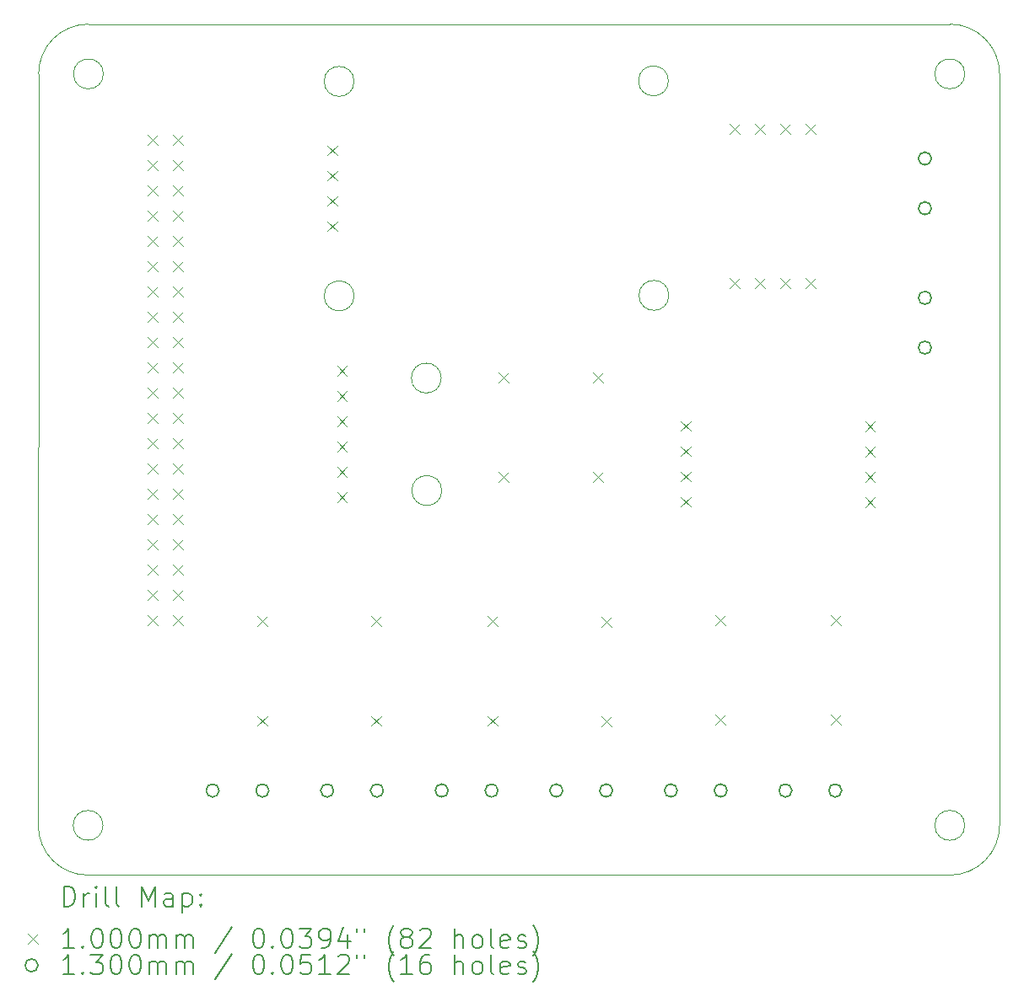
<source format=gbr>
%TF.GenerationSoftware,KiCad,Pcbnew,8.0.6*%
%TF.CreationDate,2025-01-28T17:51:26-05:00*%
%TF.ProjectId,SAS-PCB,5341532d-5043-4422-9e6b-696361645f70,rev?*%
%TF.SameCoordinates,Original*%
%TF.FileFunction,Drillmap*%
%TF.FilePolarity,Positive*%
%FSLAX45Y45*%
G04 Gerber Fmt 4.5, Leading zero omitted, Abs format (unit mm)*
G04 Created by KiCad (PCBNEW 8.0.6) date 2025-01-28 17:51:26*
%MOMM*%
%LPD*%
G01*
G04 APERTURE LIST*
%ADD10C,0.050000*%
%ADD11C,0.100000*%
%ADD12C,0.200000*%
%ADD13C,0.130000*%
G04 APERTURE END LIST*
D10*
X11900000Y-11800000D02*
G75*
G02*
X11400000Y-11300000I0J500000D01*
G01*
X12050000Y-11300000D02*
G75*
G02*
X11750000Y-11300000I-150000J0D01*
G01*
X11750000Y-11300000D02*
G75*
G02*
X12050000Y-11300000I150000J0D01*
G01*
X20700000Y-11300000D02*
G75*
G02*
X20400000Y-11300000I-150000J0D01*
G01*
X20400000Y-11300000D02*
G75*
G02*
X20700000Y-11300000I150000J0D01*
G01*
X21050000Y-11300000D02*
G75*
G02*
X20550000Y-11800000I-500000J0D01*
G01*
X20550000Y-11800000D02*
X11900000Y-11800000D01*
X12053553Y-3750000D02*
G75*
G02*
X11753553Y-3750000I-150000J0D01*
G01*
X11753553Y-3750000D02*
G75*
G02*
X12053553Y-3750000I150000J0D01*
G01*
X11400000Y-11300000D02*
X11403553Y-3750000D01*
X11403553Y-3750000D02*
G75*
G02*
X11903553Y-3250003I499997J0D01*
G01*
X11903553Y-3250000D02*
X20550000Y-3250000D01*
X21050000Y-3750000D02*
X21050000Y-11300000D01*
X20700000Y-3750000D02*
G75*
G02*
X20400000Y-3750000I-150000J0D01*
G01*
X20400000Y-3750000D02*
G75*
G02*
X20700000Y-3750000I150000J0D01*
G01*
X20550000Y-3250000D02*
G75*
G02*
X21050000Y-3750000I0J-500000D01*
G01*
X14570000Y-3825000D02*
G75*
G02*
X14270000Y-3825000I-150000J0D01*
G01*
X14270000Y-3825000D02*
G75*
G02*
X14570000Y-3825000I150000J0D01*
G01*
X14570000Y-5980000D02*
G75*
G02*
X14270000Y-5980000I-150000J0D01*
G01*
X14270000Y-5980000D02*
G75*
G02*
X14570000Y-5980000I150000J0D01*
G01*
X17725000Y-3820000D02*
G75*
G02*
X17425000Y-3820000I-150000J0D01*
G01*
X17425000Y-3820000D02*
G75*
G02*
X17725000Y-3820000I150000J0D01*
G01*
X17730000Y-5975000D02*
G75*
G02*
X17430000Y-5975000I-150000J0D01*
G01*
X17430000Y-5975000D02*
G75*
G02*
X17730000Y-5975000I150000J0D01*
G01*
D11*
X15445000Y-6806000D02*
G75*
G02*
X15145000Y-6806000I-150000J0D01*
G01*
X15145000Y-6806000D02*
G75*
G02*
X15445000Y-6806000I150000J0D01*
G01*
X15450000Y-7936000D02*
G75*
G02*
X15150000Y-7936000I-150000J0D01*
G01*
X15150000Y-7936000D02*
G75*
G02*
X15450000Y-7936000I150000J0D01*
G01*
D12*
D11*
X12496000Y-4364000D02*
X12596000Y-4464000D01*
X12596000Y-4364000D02*
X12496000Y-4464000D01*
X12496000Y-4618000D02*
X12596000Y-4718000D01*
X12596000Y-4618000D02*
X12496000Y-4718000D01*
X12496000Y-4872000D02*
X12596000Y-4972000D01*
X12596000Y-4872000D02*
X12496000Y-4972000D01*
X12496000Y-5126000D02*
X12596000Y-5226000D01*
X12596000Y-5126000D02*
X12496000Y-5226000D01*
X12496000Y-5380000D02*
X12596000Y-5480000D01*
X12596000Y-5380000D02*
X12496000Y-5480000D01*
X12496000Y-5634000D02*
X12596000Y-5734000D01*
X12596000Y-5634000D02*
X12496000Y-5734000D01*
X12496000Y-5888000D02*
X12596000Y-5988000D01*
X12596000Y-5888000D02*
X12496000Y-5988000D01*
X12496000Y-6142000D02*
X12596000Y-6242000D01*
X12596000Y-6142000D02*
X12496000Y-6242000D01*
X12496000Y-6396000D02*
X12596000Y-6496000D01*
X12596000Y-6396000D02*
X12496000Y-6496000D01*
X12496000Y-6650000D02*
X12596000Y-6750000D01*
X12596000Y-6650000D02*
X12496000Y-6750000D01*
X12496000Y-6904000D02*
X12596000Y-7004000D01*
X12596000Y-6904000D02*
X12496000Y-7004000D01*
X12496000Y-7158000D02*
X12596000Y-7258000D01*
X12596000Y-7158000D02*
X12496000Y-7258000D01*
X12496000Y-7412000D02*
X12596000Y-7512000D01*
X12596000Y-7412000D02*
X12496000Y-7512000D01*
X12496000Y-7666000D02*
X12596000Y-7766000D01*
X12596000Y-7666000D02*
X12496000Y-7766000D01*
X12496000Y-7920000D02*
X12596000Y-8020000D01*
X12596000Y-7920000D02*
X12496000Y-8020000D01*
X12496000Y-8174000D02*
X12596000Y-8274000D01*
X12596000Y-8174000D02*
X12496000Y-8274000D01*
X12496000Y-8428000D02*
X12596000Y-8528000D01*
X12596000Y-8428000D02*
X12496000Y-8528000D01*
X12496000Y-8682000D02*
X12596000Y-8782000D01*
X12596000Y-8682000D02*
X12496000Y-8782000D01*
X12496000Y-8936000D02*
X12596000Y-9036000D01*
X12596000Y-8936000D02*
X12496000Y-9036000D01*
X12496000Y-9190000D02*
X12596000Y-9290000D01*
X12596000Y-9190000D02*
X12496000Y-9290000D01*
X12750000Y-4364000D02*
X12850000Y-4464000D01*
X12850000Y-4364000D02*
X12750000Y-4464000D01*
X12750000Y-4618000D02*
X12850000Y-4718000D01*
X12850000Y-4618000D02*
X12750000Y-4718000D01*
X12750000Y-4872000D02*
X12850000Y-4972000D01*
X12850000Y-4872000D02*
X12750000Y-4972000D01*
X12750000Y-5126000D02*
X12850000Y-5226000D01*
X12850000Y-5126000D02*
X12750000Y-5226000D01*
X12750000Y-5380000D02*
X12850000Y-5480000D01*
X12850000Y-5380000D02*
X12750000Y-5480000D01*
X12750000Y-5634000D02*
X12850000Y-5734000D01*
X12850000Y-5634000D02*
X12750000Y-5734000D01*
X12750000Y-5888000D02*
X12850000Y-5988000D01*
X12850000Y-5888000D02*
X12750000Y-5988000D01*
X12750000Y-6142000D02*
X12850000Y-6242000D01*
X12850000Y-6142000D02*
X12750000Y-6242000D01*
X12750000Y-6396000D02*
X12850000Y-6496000D01*
X12850000Y-6396000D02*
X12750000Y-6496000D01*
X12750000Y-6650000D02*
X12850000Y-6750000D01*
X12850000Y-6650000D02*
X12750000Y-6750000D01*
X12750000Y-6904000D02*
X12850000Y-7004000D01*
X12850000Y-6904000D02*
X12750000Y-7004000D01*
X12750000Y-7158000D02*
X12850000Y-7258000D01*
X12850000Y-7158000D02*
X12750000Y-7258000D01*
X12750000Y-7412000D02*
X12850000Y-7512000D01*
X12850000Y-7412000D02*
X12750000Y-7512000D01*
X12750000Y-7666000D02*
X12850000Y-7766000D01*
X12850000Y-7666000D02*
X12750000Y-7766000D01*
X12750000Y-7920000D02*
X12850000Y-8020000D01*
X12850000Y-7920000D02*
X12750000Y-8020000D01*
X12750000Y-8174000D02*
X12850000Y-8274000D01*
X12850000Y-8174000D02*
X12750000Y-8274000D01*
X12750000Y-8428000D02*
X12850000Y-8528000D01*
X12850000Y-8428000D02*
X12750000Y-8528000D01*
X12750000Y-8682000D02*
X12850000Y-8782000D01*
X12850000Y-8682000D02*
X12750000Y-8782000D01*
X12750000Y-8936000D02*
X12850000Y-9036000D01*
X12850000Y-8936000D02*
X12750000Y-9036000D01*
X12750000Y-9190000D02*
X12850000Y-9290000D01*
X12850000Y-9190000D02*
X12750000Y-9290000D01*
X13598400Y-9200000D02*
X13698400Y-9300000D01*
X13698400Y-9200000D02*
X13598400Y-9300000D01*
X13598400Y-10200000D02*
X13698400Y-10300000D01*
X13698400Y-10200000D02*
X13598400Y-10300000D01*
X14300000Y-4469000D02*
X14400000Y-4569000D01*
X14400000Y-4469000D02*
X14300000Y-4569000D01*
X14300000Y-4723000D02*
X14400000Y-4823000D01*
X14400000Y-4723000D02*
X14300000Y-4823000D01*
X14300000Y-4977000D02*
X14400000Y-5077000D01*
X14400000Y-4977000D02*
X14300000Y-5077000D01*
X14300000Y-5231000D02*
X14400000Y-5331000D01*
X14400000Y-5231000D02*
X14300000Y-5331000D01*
X14400000Y-6681000D02*
X14500000Y-6781000D01*
X14500000Y-6681000D02*
X14400000Y-6781000D01*
X14400000Y-6935000D02*
X14500000Y-7035000D01*
X14500000Y-6935000D02*
X14400000Y-7035000D01*
X14400000Y-7189000D02*
X14500000Y-7289000D01*
X14500000Y-7189000D02*
X14400000Y-7289000D01*
X14400000Y-7443000D02*
X14500000Y-7543000D01*
X14500000Y-7443000D02*
X14400000Y-7543000D01*
X14400000Y-7697000D02*
X14500000Y-7797000D01*
X14500000Y-7697000D02*
X14400000Y-7797000D01*
X14400000Y-7951000D02*
X14500000Y-8051000D01*
X14500000Y-7951000D02*
X14400000Y-8051000D01*
X14741400Y-9200000D02*
X14841400Y-9300000D01*
X14841400Y-9200000D02*
X14741400Y-9300000D01*
X14741400Y-10200000D02*
X14841400Y-10300000D01*
X14841400Y-10200000D02*
X14741400Y-10300000D01*
X15909800Y-9200000D02*
X16009800Y-9300000D01*
X16009800Y-9200000D02*
X15909800Y-9300000D01*
X15909800Y-10200000D02*
X16009800Y-10300000D01*
X16009800Y-10200000D02*
X15909800Y-10300000D01*
X16020000Y-6750000D02*
X16120000Y-6850000D01*
X16120000Y-6750000D02*
X16020000Y-6850000D01*
X16020000Y-7750000D02*
X16120000Y-7850000D01*
X16120000Y-7750000D02*
X16020000Y-7850000D01*
X16970000Y-6750000D02*
X17070000Y-6850000D01*
X17070000Y-6750000D02*
X16970000Y-6850000D01*
X16970000Y-7750000D02*
X17070000Y-7850000D01*
X17070000Y-7750000D02*
X16970000Y-7850000D01*
X17052800Y-9203600D02*
X17152800Y-9303600D01*
X17152800Y-9203600D02*
X17052800Y-9303600D01*
X17052800Y-10203600D02*
X17152800Y-10303600D01*
X17152800Y-10203600D02*
X17052800Y-10303600D01*
X17850000Y-7238000D02*
X17950000Y-7338000D01*
X17950000Y-7238000D02*
X17850000Y-7338000D01*
X17850000Y-7492000D02*
X17950000Y-7592000D01*
X17950000Y-7492000D02*
X17850000Y-7592000D01*
X17850000Y-7746000D02*
X17950000Y-7846000D01*
X17950000Y-7746000D02*
X17850000Y-7846000D01*
X17850000Y-8000000D02*
X17950000Y-8100000D01*
X17950000Y-8000000D02*
X17850000Y-8100000D01*
X18197200Y-9190000D02*
X18297200Y-9290000D01*
X18297200Y-9190000D02*
X18197200Y-9290000D01*
X18197200Y-10190000D02*
X18297200Y-10290000D01*
X18297200Y-10190000D02*
X18197200Y-10290000D01*
X18342000Y-4250000D02*
X18442000Y-4350000D01*
X18442000Y-4250000D02*
X18342000Y-4350000D01*
X18342000Y-5800000D02*
X18442000Y-5900000D01*
X18442000Y-5800000D02*
X18342000Y-5900000D01*
X18596000Y-4250000D02*
X18696000Y-4350000D01*
X18696000Y-4250000D02*
X18596000Y-4350000D01*
X18596000Y-5800000D02*
X18696000Y-5900000D01*
X18696000Y-5800000D02*
X18596000Y-5900000D01*
X18850000Y-4250000D02*
X18950000Y-4350000D01*
X18950000Y-4250000D02*
X18850000Y-4350000D01*
X18850000Y-5800000D02*
X18950000Y-5900000D01*
X18950000Y-5800000D02*
X18850000Y-5900000D01*
X19104000Y-4250000D02*
X19204000Y-4350000D01*
X19204000Y-4250000D02*
X19104000Y-4350000D01*
X19104000Y-5800000D02*
X19204000Y-5900000D01*
X19204000Y-5800000D02*
X19104000Y-5900000D01*
X19360000Y-9190000D02*
X19460000Y-9290000D01*
X19460000Y-9190000D02*
X19360000Y-9290000D01*
X19360000Y-10190000D02*
X19460000Y-10290000D01*
X19460000Y-10190000D02*
X19360000Y-10290000D01*
X19700000Y-7242000D02*
X19800000Y-7342000D01*
X19800000Y-7242000D02*
X19700000Y-7342000D01*
X19700000Y-7496000D02*
X19800000Y-7596000D01*
X19800000Y-7496000D02*
X19700000Y-7596000D01*
X19700000Y-7750000D02*
X19800000Y-7850000D01*
X19800000Y-7750000D02*
X19700000Y-7850000D01*
X19700000Y-8004000D02*
X19800000Y-8104000D01*
X19800000Y-8004000D02*
X19700000Y-8104000D01*
D13*
X13215000Y-10950000D02*
G75*
G02*
X13085000Y-10950000I-65000J0D01*
G01*
X13085000Y-10950000D02*
G75*
G02*
X13215000Y-10950000I65000J0D01*
G01*
X13715000Y-10950000D02*
G75*
G02*
X13585000Y-10950000I-65000J0D01*
G01*
X13585000Y-10950000D02*
G75*
G02*
X13715000Y-10950000I65000J0D01*
G01*
X14365000Y-10950000D02*
G75*
G02*
X14235000Y-10950000I-65000J0D01*
G01*
X14235000Y-10950000D02*
G75*
G02*
X14365000Y-10950000I65000J0D01*
G01*
X14865000Y-10950000D02*
G75*
G02*
X14735000Y-10950000I-65000J0D01*
G01*
X14735000Y-10950000D02*
G75*
G02*
X14865000Y-10950000I65000J0D01*
G01*
X15515000Y-10950000D02*
G75*
G02*
X15385000Y-10950000I-65000J0D01*
G01*
X15385000Y-10950000D02*
G75*
G02*
X15515000Y-10950000I65000J0D01*
G01*
X16015000Y-10950000D02*
G75*
G02*
X15885000Y-10950000I-65000J0D01*
G01*
X15885000Y-10950000D02*
G75*
G02*
X16015000Y-10950000I65000J0D01*
G01*
X16665000Y-10950000D02*
G75*
G02*
X16535000Y-10950000I-65000J0D01*
G01*
X16535000Y-10950000D02*
G75*
G02*
X16665000Y-10950000I65000J0D01*
G01*
X17165000Y-10950000D02*
G75*
G02*
X17035000Y-10950000I-65000J0D01*
G01*
X17035000Y-10950000D02*
G75*
G02*
X17165000Y-10950000I65000J0D01*
G01*
X17815000Y-10950000D02*
G75*
G02*
X17685000Y-10950000I-65000J0D01*
G01*
X17685000Y-10950000D02*
G75*
G02*
X17815000Y-10950000I65000J0D01*
G01*
X18315000Y-10950000D02*
G75*
G02*
X18185000Y-10950000I-65000J0D01*
G01*
X18185000Y-10950000D02*
G75*
G02*
X18315000Y-10950000I65000J0D01*
G01*
X18965000Y-10950000D02*
G75*
G02*
X18835000Y-10950000I-65000J0D01*
G01*
X18835000Y-10950000D02*
G75*
G02*
X18965000Y-10950000I65000J0D01*
G01*
X19465000Y-10950000D02*
G75*
G02*
X19335000Y-10950000I-65000J0D01*
G01*
X19335000Y-10950000D02*
G75*
G02*
X19465000Y-10950000I65000J0D01*
G01*
X20365000Y-4600000D02*
G75*
G02*
X20235000Y-4600000I-65000J0D01*
G01*
X20235000Y-4600000D02*
G75*
G02*
X20365000Y-4600000I65000J0D01*
G01*
X20365000Y-5100000D02*
G75*
G02*
X20235000Y-5100000I-65000J0D01*
G01*
X20235000Y-5100000D02*
G75*
G02*
X20365000Y-5100000I65000J0D01*
G01*
X20365000Y-6000000D02*
G75*
G02*
X20235000Y-6000000I-65000J0D01*
G01*
X20235000Y-6000000D02*
G75*
G02*
X20365000Y-6000000I65000J0D01*
G01*
X20365000Y-6500000D02*
G75*
G02*
X20235000Y-6500000I-65000J0D01*
G01*
X20235000Y-6500000D02*
G75*
G02*
X20365000Y-6500000I65000J0D01*
G01*
D12*
X11658277Y-12113984D02*
X11658277Y-11913984D01*
X11658277Y-11913984D02*
X11705896Y-11913984D01*
X11705896Y-11913984D02*
X11734467Y-11923508D01*
X11734467Y-11923508D02*
X11753515Y-11942555D01*
X11753515Y-11942555D02*
X11763039Y-11961603D01*
X11763039Y-11961603D02*
X11772562Y-11999698D01*
X11772562Y-11999698D02*
X11772562Y-12028269D01*
X11772562Y-12028269D02*
X11763039Y-12066365D01*
X11763039Y-12066365D02*
X11753515Y-12085412D01*
X11753515Y-12085412D02*
X11734467Y-12104460D01*
X11734467Y-12104460D02*
X11705896Y-12113984D01*
X11705896Y-12113984D02*
X11658277Y-12113984D01*
X11858277Y-12113984D02*
X11858277Y-11980650D01*
X11858277Y-12018746D02*
X11867801Y-11999698D01*
X11867801Y-11999698D02*
X11877324Y-11990174D01*
X11877324Y-11990174D02*
X11896372Y-11980650D01*
X11896372Y-11980650D02*
X11915420Y-11980650D01*
X11982086Y-12113984D02*
X11982086Y-11980650D01*
X11982086Y-11913984D02*
X11972562Y-11923508D01*
X11972562Y-11923508D02*
X11982086Y-11933031D01*
X11982086Y-11933031D02*
X11991610Y-11923508D01*
X11991610Y-11923508D02*
X11982086Y-11913984D01*
X11982086Y-11913984D02*
X11982086Y-11933031D01*
X12105896Y-12113984D02*
X12086848Y-12104460D01*
X12086848Y-12104460D02*
X12077324Y-12085412D01*
X12077324Y-12085412D02*
X12077324Y-11913984D01*
X12210658Y-12113984D02*
X12191610Y-12104460D01*
X12191610Y-12104460D02*
X12182086Y-12085412D01*
X12182086Y-12085412D02*
X12182086Y-11913984D01*
X12439229Y-12113984D02*
X12439229Y-11913984D01*
X12439229Y-11913984D02*
X12505896Y-12056841D01*
X12505896Y-12056841D02*
X12572562Y-11913984D01*
X12572562Y-11913984D02*
X12572562Y-12113984D01*
X12753515Y-12113984D02*
X12753515Y-12009222D01*
X12753515Y-12009222D02*
X12743991Y-11990174D01*
X12743991Y-11990174D02*
X12724943Y-11980650D01*
X12724943Y-11980650D02*
X12686848Y-11980650D01*
X12686848Y-11980650D02*
X12667801Y-11990174D01*
X12753515Y-12104460D02*
X12734467Y-12113984D01*
X12734467Y-12113984D02*
X12686848Y-12113984D01*
X12686848Y-12113984D02*
X12667801Y-12104460D01*
X12667801Y-12104460D02*
X12658277Y-12085412D01*
X12658277Y-12085412D02*
X12658277Y-12066365D01*
X12658277Y-12066365D02*
X12667801Y-12047317D01*
X12667801Y-12047317D02*
X12686848Y-12037793D01*
X12686848Y-12037793D02*
X12734467Y-12037793D01*
X12734467Y-12037793D02*
X12753515Y-12028269D01*
X12848753Y-11980650D02*
X12848753Y-12180650D01*
X12848753Y-11990174D02*
X12867801Y-11980650D01*
X12867801Y-11980650D02*
X12905896Y-11980650D01*
X12905896Y-11980650D02*
X12924943Y-11990174D01*
X12924943Y-11990174D02*
X12934467Y-11999698D01*
X12934467Y-11999698D02*
X12943991Y-12018746D01*
X12943991Y-12018746D02*
X12943991Y-12075888D01*
X12943991Y-12075888D02*
X12934467Y-12094936D01*
X12934467Y-12094936D02*
X12924943Y-12104460D01*
X12924943Y-12104460D02*
X12905896Y-12113984D01*
X12905896Y-12113984D02*
X12867801Y-12113984D01*
X12867801Y-12113984D02*
X12848753Y-12104460D01*
X13029705Y-12094936D02*
X13039229Y-12104460D01*
X13039229Y-12104460D02*
X13029705Y-12113984D01*
X13029705Y-12113984D02*
X13020182Y-12104460D01*
X13020182Y-12104460D02*
X13029705Y-12094936D01*
X13029705Y-12094936D02*
X13029705Y-12113984D01*
X13029705Y-11990174D02*
X13039229Y-11999698D01*
X13039229Y-11999698D02*
X13029705Y-12009222D01*
X13029705Y-12009222D02*
X13020182Y-11999698D01*
X13020182Y-11999698D02*
X13029705Y-11990174D01*
X13029705Y-11990174D02*
X13029705Y-12009222D01*
D11*
X11297500Y-12392500D02*
X11397500Y-12492500D01*
X11397500Y-12392500D02*
X11297500Y-12492500D01*
D12*
X11763039Y-12533984D02*
X11648753Y-12533984D01*
X11705896Y-12533984D02*
X11705896Y-12333984D01*
X11705896Y-12333984D02*
X11686848Y-12362555D01*
X11686848Y-12362555D02*
X11667801Y-12381603D01*
X11667801Y-12381603D02*
X11648753Y-12391127D01*
X11848753Y-12514936D02*
X11858277Y-12524460D01*
X11858277Y-12524460D02*
X11848753Y-12533984D01*
X11848753Y-12533984D02*
X11839229Y-12524460D01*
X11839229Y-12524460D02*
X11848753Y-12514936D01*
X11848753Y-12514936D02*
X11848753Y-12533984D01*
X11982086Y-12333984D02*
X12001134Y-12333984D01*
X12001134Y-12333984D02*
X12020182Y-12343508D01*
X12020182Y-12343508D02*
X12029705Y-12353031D01*
X12029705Y-12353031D02*
X12039229Y-12372079D01*
X12039229Y-12372079D02*
X12048753Y-12410174D01*
X12048753Y-12410174D02*
X12048753Y-12457793D01*
X12048753Y-12457793D02*
X12039229Y-12495888D01*
X12039229Y-12495888D02*
X12029705Y-12514936D01*
X12029705Y-12514936D02*
X12020182Y-12524460D01*
X12020182Y-12524460D02*
X12001134Y-12533984D01*
X12001134Y-12533984D02*
X11982086Y-12533984D01*
X11982086Y-12533984D02*
X11963039Y-12524460D01*
X11963039Y-12524460D02*
X11953515Y-12514936D01*
X11953515Y-12514936D02*
X11943991Y-12495888D01*
X11943991Y-12495888D02*
X11934467Y-12457793D01*
X11934467Y-12457793D02*
X11934467Y-12410174D01*
X11934467Y-12410174D02*
X11943991Y-12372079D01*
X11943991Y-12372079D02*
X11953515Y-12353031D01*
X11953515Y-12353031D02*
X11963039Y-12343508D01*
X11963039Y-12343508D02*
X11982086Y-12333984D01*
X12172562Y-12333984D02*
X12191610Y-12333984D01*
X12191610Y-12333984D02*
X12210658Y-12343508D01*
X12210658Y-12343508D02*
X12220182Y-12353031D01*
X12220182Y-12353031D02*
X12229705Y-12372079D01*
X12229705Y-12372079D02*
X12239229Y-12410174D01*
X12239229Y-12410174D02*
X12239229Y-12457793D01*
X12239229Y-12457793D02*
X12229705Y-12495888D01*
X12229705Y-12495888D02*
X12220182Y-12514936D01*
X12220182Y-12514936D02*
X12210658Y-12524460D01*
X12210658Y-12524460D02*
X12191610Y-12533984D01*
X12191610Y-12533984D02*
X12172562Y-12533984D01*
X12172562Y-12533984D02*
X12153515Y-12524460D01*
X12153515Y-12524460D02*
X12143991Y-12514936D01*
X12143991Y-12514936D02*
X12134467Y-12495888D01*
X12134467Y-12495888D02*
X12124943Y-12457793D01*
X12124943Y-12457793D02*
X12124943Y-12410174D01*
X12124943Y-12410174D02*
X12134467Y-12372079D01*
X12134467Y-12372079D02*
X12143991Y-12353031D01*
X12143991Y-12353031D02*
X12153515Y-12343508D01*
X12153515Y-12343508D02*
X12172562Y-12333984D01*
X12363039Y-12333984D02*
X12382086Y-12333984D01*
X12382086Y-12333984D02*
X12401134Y-12343508D01*
X12401134Y-12343508D02*
X12410658Y-12353031D01*
X12410658Y-12353031D02*
X12420182Y-12372079D01*
X12420182Y-12372079D02*
X12429705Y-12410174D01*
X12429705Y-12410174D02*
X12429705Y-12457793D01*
X12429705Y-12457793D02*
X12420182Y-12495888D01*
X12420182Y-12495888D02*
X12410658Y-12514936D01*
X12410658Y-12514936D02*
X12401134Y-12524460D01*
X12401134Y-12524460D02*
X12382086Y-12533984D01*
X12382086Y-12533984D02*
X12363039Y-12533984D01*
X12363039Y-12533984D02*
X12343991Y-12524460D01*
X12343991Y-12524460D02*
X12334467Y-12514936D01*
X12334467Y-12514936D02*
X12324943Y-12495888D01*
X12324943Y-12495888D02*
X12315420Y-12457793D01*
X12315420Y-12457793D02*
X12315420Y-12410174D01*
X12315420Y-12410174D02*
X12324943Y-12372079D01*
X12324943Y-12372079D02*
X12334467Y-12353031D01*
X12334467Y-12353031D02*
X12343991Y-12343508D01*
X12343991Y-12343508D02*
X12363039Y-12333984D01*
X12515420Y-12533984D02*
X12515420Y-12400650D01*
X12515420Y-12419698D02*
X12524943Y-12410174D01*
X12524943Y-12410174D02*
X12543991Y-12400650D01*
X12543991Y-12400650D02*
X12572563Y-12400650D01*
X12572563Y-12400650D02*
X12591610Y-12410174D01*
X12591610Y-12410174D02*
X12601134Y-12429222D01*
X12601134Y-12429222D02*
X12601134Y-12533984D01*
X12601134Y-12429222D02*
X12610658Y-12410174D01*
X12610658Y-12410174D02*
X12629705Y-12400650D01*
X12629705Y-12400650D02*
X12658277Y-12400650D01*
X12658277Y-12400650D02*
X12677324Y-12410174D01*
X12677324Y-12410174D02*
X12686848Y-12429222D01*
X12686848Y-12429222D02*
X12686848Y-12533984D01*
X12782086Y-12533984D02*
X12782086Y-12400650D01*
X12782086Y-12419698D02*
X12791610Y-12410174D01*
X12791610Y-12410174D02*
X12810658Y-12400650D01*
X12810658Y-12400650D02*
X12839229Y-12400650D01*
X12839229Y-12400650D02*
X12858277Y-12410174D01*
X12858277Y-12410174D02*
X12867801Y-12429222D01*
X12867801Y-12429222D02*
X12867801Y-12533984D01*
X12867801Y-12429222D02*
X12877324Y-12410174D01*
X12877324Y-12410174D02*
X12896372Y-12400650D01*
X12896372Y-12400650D02*
X12924943Y-12400650D01*
X12924943Y-12400650D02*
X12943991Y-12410174D01*
X12943991Y-12410174D02*
X12953515Y-12429222D01*
X12953515Y-12429222D02*
X12953515Y-12533984D01*
X13343991Y-12324460D02*
X13172563Y-12581603D01*
X13601134Y-12333984D02*
X13620182Y-12333984D01*
X13620182Y-12333984D02*
X13639229Y-12343508D01*
X13639229Y-12343508D02*
X13648753Y-12353031D01*
X13648753Y-12353031D02*
X13658277Y-12372079D01*
X13658277Y-12372079D02*
X13667801Y-12410174D01*
X13667801Y-12410174D02*
X13667801Y-12457793D01*
X13667801Y-12457793D02*
X13658277Y-12495888D01*
X13658277Y-12495888D02*
X13648753Y-12514936D01*
X13648753Y-12514936D02*
X13639229Y-12524460D01*
X13639229Y-12524460D02*
X13620182Y-12533984D01*
X13620182Y-12533984D02*
X13601134Y-12533984D01*
X13601134Y-12533984D02*
X13582086Y-12524460D01*
X13582086Y-12524460D02*
X13572563Y-12514936D01*
X13572563Y-12514936D02*
X13563039Y-12495888D01*
X13563039Y-12495888D02*
X13553515Y-12457793D01*
X13553515Y-12457793D02*
X13553515Y-12410174D01*
X13553515Y-12410174D02*
X13563039Y-12372079D01*
X13563039Y-12372079D02*
X13572563Y-12353031D01*
X13572563Y-12353031D02*
X13582086Y-12343508D01*
X13582086Y-12343508D02*
X13601134Y-12333984D01*
X13753515Y-12514936D02*
X13763039Y-12524460D01*
X13763039Y-12524460D02*
X13753515Y-12533984D01*
X13753515Y-12533984D02*
X13743991Y-12524460D01*
X13743991Y-12524460D02*
X13753515Y-12514936D01*
X13753515Y-12514936D02*
X13753515Y-12533984D01*
X13886848Y-12333984D02*
X13905896Y-12333984D01*
X13905896Y-12333984D02*
X13924944Y-12343508D01*
X13924944Y-12343508D02*
X13934467Y-12353031D01*
X13934467Y-12353031D02*
X13943991Y-12372079D01*
X13943991Y-12372079D02*
X13953515Y-12410174D01*
X13953515Y-12410174D02*
X13953515Y-12457793D01*
X13953515Y-12457793D02*
X13943991Y-12495888D01*
X13943991Y-12495888D02*
X13934467Y-12514936D01*
X13934467Y-12514936D02*
X13924944Y-12524460D01*
X13924944Y-12524460D02*
X13905896Y-12533984D01*
X13905896Y-12533984D02*
X13886848Y-12533984D01*
X13886848Y-12533984D02*
X13867801Y-12524460D01*
X13867801Y-12524460D02*
X13858277Y-12514936D01*
X13858277Y-12514936D02*
X13848753Y-12495888D01*
X13848753Y-12495888D02*
X13839229Y-12457793D01*
X13839229Y-12457793D02*
X13839229Y-12410174D01*
X13839229Y-12410174D02*
X13848753Y-12372079D01*
X13848753Y-12372079D02*
X13858277Y-12353031D01*
X13858277Y-12353031D02*
X13867801Y-12343508D01*
X13867801Y-12343508D02*
X13886848Y-12333984D01*
X14020182Y-12333984D02*
X14143991Y-12333984D01*
X14143991Y-12333984D02*
X14077325Y-12410174D01*
X14077325Y-12410174D02*
X14105896Y-12410174D01*
X14105896Y-12410174D02*
X14124944Y-12419698D01*
X14124944Y-12419698D02*
X14134467Y-12429222D01*
X14134467Y-12429222D02*
X14143991Y-12448269D01*
X14143991Y-12448269D02*
X14143991Y-12495888D01*
X14143991Y-12495888D02*
X14134467Y-12514936D01*
X14134467Y-12514936D02*
X14124944Y-12524460D01*
X14124944Y-12524460D02*
X14105896Y-12533984D01*
X14105896Y-12533984D02*
X14048753Y-12533984D01*
X14048753Y-12533984D02*
X14029706Y-12524460D01*
X14029706Y-12524460D02*
X14020182Y-12514936D01*
X14239229Y-12533984D02*
X14277325Y-12533984D01*
X14277325Y-12533984D02*
X14296372Y-12524460D01*
X14296372Y-12524460D02*
X14305896Y-12514936D01*
X14305896Y-12514936D02*
X14324944Y-12486365D01*
X14324944Y-12486365D02*
X14334467Y-12448269D01*
X14334467Y-12448269D02*
X14334467Y-12372079D01*
X14334467Y-12372079D02*
X14324944Y-12353031D01*
X14324944Y-12353031D02*
X14315420Y-12343508D01*
X14315420Y-12343508D02*
X14296372Y-12333984D01*
X14296372Y-12333984D02*
X14258277Y-12333984D01*
X14258277Y-12333984D02*
X14239229Y-12343508D01*
X14239229Y-12343508D02*
X14229706Y-12353031D01*
X14229706Y-12353031D02*
X14220182Y-12372079D01*
X14220182Y-12372079D02*
X14220182Y-12419698D01*
X14220182Y-12419698D02*
X14229706Y-12438746D01*
X14229706Y-12438746D02*
X14239229Y-12448269D01*
X14239229Y-12448269D02*
X14258277Y-12457793D01*
X14258277Y-12457793D02*
X14296372Y-12457793D01*
X14296372Y-12457793D02*
X14315420Y-12448269D01*
X14315420Y-12448269D02*
X14324944Y-12438746D01*
X14324944Y-12438746D02*
X14334467Y-12419698D01*
X14505896Y-12400650D02*
X14505896Y-12533984D01*
X14458277Y-12324460D02*
X14410658Y-12467317D01*
X14410658Y-12467317D02*
X14534467Y-12467317D01*
X14601134Y-12333984D02*
X14601134Y-12372079D01*
X14677325Y-12333984D02*
X14677325Y-12372079D01*
X14972563Y-12610174D02*
X14963039Y-12600650D01*
X14963039Y-12600650D02*
X14943991Y-12572079D01*
X14943991Y-12572079D02*
X14934468Y-12553031D01*
X14934468Y-12553031D02*
X14924944Y-12524460D01*
X14924944Y-12524460D02*
X14915420Y-12476841D01*
X14915420Y-12476841D02*
X14915420Y-12438746D01*
X14915420Y-12438746D02*
X14924944Y-12391127D01*
X14924944Y-12391127D02*
X14934468Y-12362555D01*
X14934468Y-12362555D02*
X14943991Y-12343508D01*
X14943991Y-12343508D02*
X14963039Y-12314936D01*
X14963039Y-12314936D02*
X14972563Y-12305412D01*
X15077325Y-12419698D02*
X15058277Y-12410174D01*
X15058277Y-12410174D02*
X15048753Y-12400650D01*
X15048753Y-12400650D02*
X15039229Y-12381603D01*
X15039229Y-12381603D02*
X15039229Y-12372079D01*
X15039229Y-12372079D02*
X15048753Y-12353031D01*
X15048753Y-12353031D02*
X15058277Y-12343508D01*
X15058277Y-12343508D02*
X15077325Y-12333984D01*
X15077325Y-12333984D02*
X15115420Y-12333984D01*
X15115420Y-12333984D02*
X15134468Y-12343508D01*
X15134468Y-12343508D02*
X15143991Y-12353031D01*
X15143991Y-12353031D02*
X15153515Y-12372079D01*
X15153515Y-12372079D02*
X15153515Y-12381603D01*
X15153515Y-12381603D02*
X15143991Y-12400650D01*
X15143991Y-12400650D02*
X15134468Y-12410174D01*
X15134468Y-12410174D02*
X15115420Y-12419698D01*
X15115420Y-12419698D02*
X15077325Y-12419698D01*
X15077325Y-12419698D02*
X15058277Y-12429222D01*
X15058277Y-12429222D02*
X15048753Y-12438746D01*
X15048753Y-12438746D02*
X15039229Y-12457793D01*
X15039229Y-12457793D02*
X15039229Y-12495888D01*
X15039229Y-12495888D02*
X15048753Y-12514936D01*
X15048753Y-12514936D02*
X15058277Y-12524460D01*
X15058277Y-12524460D02*
X15077325Y-12533984D01*
X15077325Y-12533984D02*
X15115420Y-12533984D01*
X15115420Y-12533984D02*
X15134468Y-12524460D01*
X15134468Y-12524460D02*
X15143991Y-12514936D01*
X15143991Y-12514936D02*
X15153515Y-12495888D01*
X15153515Y-12495888D02*
X15153515Y-12457793D01*
X15153515Y-12457793D02*
X15143991Y-12438746D01*
X15143991Y-12438746D02*
X15134468Y-12429222D01*
X15134468Y-12429222D02*
X15115420Y-12419698D01*
X15229706Y-12353031D02*
X15239229Y-12343508D01*
X15239229Y-12343508D02*
X15258277Y-12333984D01*
X15258277Y-12333984D02*
X15305896Y-12333984D01*
X15305896Y-12333984D02*
X15324944Y-12343508D01*
X15324944Y-12343508D02*
X15334468Y-12353031D01*
X15334468Y-12353031D02*
X15343991Y-12372079D01*
X15343991Y-12372079D02*
X15343991Y-12391127D01*
X15343991Y-12391127D02*
X15334468Y-12419698D01*
X15334468Y-12419698D02*
X15220182Y-12533984D01*
X15220182Y-12533984D02*
X15343991Y-12533984D01*
X15582087Y-12533984D02*
X15582087Y-12333984D01*
X15667801Y-12533984D02*
X15667801Y-12429222D01*
X15667801Y-12429222D02*
X15658277Y-12410174D01*
X15658277Y-12410174D02*
X15639230Y-12400650D01*
X15639230Y-12400650D02*
X15610658Y-12400650D01*
X15610658Y-12400650D02*
X15591610Y-12410174D01*
X15591610Y-12410174D02*
X15582087Y-12419698D01*
X15791610Y-12533984D02*
X15772563Y-12524460D01*
X15772563Y-12524460D02*
X15763039Y-12514936D01*
X15763039Y-12514936D02*
X15753515Y-12495888D01*
X15753515Y-12495888D02*
X15753515Y-12438746D01*
X15753515Y-12438746D02*
X15763039Y-12419698D01*
X15763039Y-12419698D02*
X15772563Y-12410174D01*
X15772563Y-12410174D02*
X15791610Y-12400650D01*
X15791610Y-12400650D02*
X15820182Y-12400650D01*
X15820182Y-12400650D02*
X15839230Y-12410174D01*
X15839230Y-12410174D02*
X15848753Y-12419698D01*
X15848753Y-12419698D02*
X15858277Y-12438746D01*
X15858277Y-12438746D02*
X15858277Y-12495888D01*
X15858277Y-12495888D02*
X15848753Y-12514936D01*
X15848753Y-12514936D02*
X15839230Y-12524460D01*
X15839230Y-12524460D02*
X15820182Y-12533984D01*
X15820182Y-12533984D02*
X15791610Y-12533984D01*
X15972563Y-12533984D02*
X15953515Y-12524460D01*
X15953515Y-12524460D02*
X15943991Y-12505412D01*
X15943991Y-12505412D02*
X15943991Y-12333984D01*
X16124944Y-12524460D02*
X16105896Y-12533984D01*
X16105896Y-12533984D02*
X16067801Y-12533984D01*
X16067801Y-12533984D02*
X16048753Y-12524460D01*
X16048753Y-12524460D02*
X16039230Y-12505412D01*
X16039230Y-12505412D02*
X16039230Y-12429222D01*
X16039230Y-12429222D02*
X16048753Y-12410174D01*
X16048753Y-12410174D02*
X16067801Y-12400650D01*
X16067801Y-12400650D02*
X16105896Y-12400650D01*
X16105896Y-12400650D02*
X16124944Y-12410174D01*
X16124944Y-12410174D02*
X16134468Y-12429222D01*
X16134468Y-12429222D02*
X16134468Y-12448269D01*
X16134468Y-12448269D02*
X16039230Y-12467317D01*
X16210658Y-12524460D02*
X16229706Y-12533984D01*
X16229706Y-12533984D02*
X16267801Y-12533984D01*
X16267801Y-12533984D02*
X16286849Y-12524460D01*
X16286849Y-12524460D02*
X16296372Y-12505412D01*
X16296372Y-12505412D02*
X16296372Y-12495888D01*
X16296372Y-12495888D02*
X16286849Y-12476841D01*
X16286849Y-12476841D02*
X16267801Y-12467317D01*
X16267801Y-12467317D02*
X16239230Y-12467317D01*
X16239230Y-12467317D02*
X16220182Y-12457793D01*
X16220182Y-12457793D02*
X16210658Y-12438746D01*
X16210658Y-12438746D02*
X16210658Y-12429222D01*
X16210658Y-12429222D02*
X16220182Y-12410174D01*
X16220182Y-12410174D02*
X16239230Y-12400650D01*
X16239230Y-12400650D02*
X16267801Y-12400650D01*
X16267801Y-12400650D02*
X16286849Y-12410174D01*
X16363039Y-12610174D02*
X16372563Y-12600650D01*
X16372563Y-12600650D02*
X16391611Y-12572079D01*
X16391611Y-12572079D02*
X16401134Y-12553031D01*
X16401134Y-12553031D02*
X16410658Y-12524460D01*
X16410658Y-12524460D02*
X16420182Y-12476841D01*
X16420182Y-12476841D02*
X16420182Y-12438746D01*
X16420182Y-12438746D02*
X16410658Y-12391127D01*
X16410658Y-12391127D02*
X16401134Y-12362555D01*
X16401134Y-12362555D02*
X16391611Y-12343508D01*
X16391611Y-12343508D02*
X16372563Y-12314936D01*
X16372563Y-12314936D02*
X16363039Y-12305412D01*
D13*
X11397500Y-12706500D02*
G75*
G02*
X11267500Y-12706500I-65000J0D01*
G01*
X11267500Y-12706500D02*
G75*
G02*
X11397500Y-12706500I65000J0D01*
G01*
D12*
X11763039Y-12797984D02*
X11648753Y-12797984D01*
X11705896Y-12797984D02*
X11705896Y-12597984D01*
X11705896Y-12597984D02*
X11686848Y-12626555D01*
X11686848Y-12626555D02*
X11667801Y-12645603D01*
X11667801Y-12645603D02*
X11648753Y-12655127D01*
X11848753Y-12778936D02*
X11858277Y-12788460D01*
X11858277Y-12788460D02*
X11848753Y-12797984D01*
X11848753Y-12797984D02*
X11839229Y-12788460D01*
X11839229Y-12788460D02*
X11848753Y-12778936D01*
X11848753Y-12778936D02*
X11848753Y-12797984D01*
X11924943Y-12597984D02*
X12048753Y-12597984D01*
X12048753Y-12597984D02*
X11982086Y-12674174D01*
X11982086Y-12674174D02*
X12010658Y-12674174D01*
X12010658Y-12674174D02*
X12029705Y-12683698D01*
X12029705Y-12683698D02*
X12039229Y-12693222D01*
X12039229Y-12693222D02*
X12048753Y-12712269D01*
X12048753Y-12712269D02*
X12048753Y-12759888D01*
X12048753Y-12759888D02*
X12039229Y-12778936D01*
X12039229Y-12778936D02*
X12029705Y-12788460D01*
X12029705Y-12788460D02*
X12010658Y-12797984D01*
X12010658Y-12797984D02*
X11953515Y-12797984D01*
X11953515Y-12797984D02*
X11934467Y-12788460D01*
X11934467Y-12788460D02*
X11924943Y-12778936D01*
X12172562Y-12597984D02*
X12191610Y-12597984D01*
X12191610Y-12597984D02*
X12210658Y-12607508D01*
X12210658Y-12607508D02*
X12220182Y-12617031D01*
X12220182Y-12617031D02*
X12229705Y-12636079D01*
X12229705Y-12636079D02*
X12239229Y-12674174D01*
X12239229Y-12674174D02*
X12239229Y-12721793D01*
X12239229Y-12721793D02*
X12229705Y-12759888D01*
X12229705Y-12759888D02*
X12220182Y-12778936D01*
X12220182Y-12778936D02*
X12210658Y-12788460D01*
X12210658Y-12788460D02*
X12191610Y-12797984D01*
X12191610Y-12797984D02*
X12172562Y-12797984D01*
X12172562Y-12797984D02*
X12153515Y-12788460D01*
X12153515Y-12788460D02*
X12143991Y-12778936D01*
X12143991Y-12778936D02*
X12134467Y-12759888D01*
X12134467Y-12759888D02*
X12124943Y-12721793D01*
X12124943Y-12721793D02*
X12124943Y-12674174D01*
X12124943Y-12674174D02*
X12134467Y-12636079D01*
X12134467Y-12636079D02*
X12143991Y-12617031D01*
X12143991Y-12617031D02*
X12153515Y-12607508D01*
X12153515Y-12607508D02*
X12172562Y-12597984D01*
X12363039Y-12597984D02*
X12382086Y-12597984D01*
X12382086Y-12597984D02*
X12401134Y-12607508D01*
X12401134Y-12607508D02*
X12410658Y-12617031D01*
X12410658Y-12617031D02*
X12420182Y-12636079D01*
X12420182Y-12636079D02*
X12429705Y-12674174D01*
X12429705Y-12674174D02*
X12429705Y-12721793D01*
X12429705Y-12721793D02*
X12420182Y-12759888D01*
X12420182Y-12759888D02*
X12410658Y-12778936D01*
X12410658Y-12778936D02*
X12401134Y-12788460D01*
X12401134Y-12788460D02*
X12382086Y-12797984D01*
X12382086Y-12797984D02*
X12363039Y-12797984D01*
X12363039Y-12797984D02*
X12343991Y-12788460D01*
X12343991Y-12788460D02*
X12334467Y-12778936D01*
X12334467Y-12778936D02*
X12324943Y-12759888D01*
X12324943Y-12759888D02*
X12315420Y-12721793D01*
X12315420Y-12721793D02*
X12315420Y-12674174D01*
X12315420Y-12674174D02*
X12324943Y-12636079D01*
X12324943Y-12636079D02*
X12334467Y-12617031D01*
X12334467Y-12617031D02*
X12343991Y-12607508D01*
X12343991Y-12607508D02*
X12363039Y-12597984D01*
X12515420Y-12797984D02*
X12515420Y-12664650D01*
X12515420Y-12683698D02*
X12524943Y-12674174D01*
X12524943Y-12674174D02*
X12543991Y-12664650D01*
X12543991Y-12664650D02*
X12572563Y-12664650D01*
X12572563Y-12664650D02*
X12591610Y-12674174D01*
X12591610Y-12674174D02*
X12601134Y-12693222D01*
X12601134Y-12693222D02*
X12601134Y-12797984D01*
X12601134Y-12693222D02*
X12610658Y-12674174D01*
X12610658Y-12674174D02*
X12629705Y-12664650D01*
X12629705Y-12664650D02*
X12658277Y-12664650D01*
X12658277Y-12664650D02*
X12677324Y-12674174D01*
X12677324Y-12674174D02*
X12686848Y-12693222D01*
X12686848Y-12693222D02*
X12686848Y-12797984D01*
X12782086Y-12797984D02*
X12782086Y-12664650D01*
X12782086Y-12683698D02*
X12791610Y-12674174D01*
X12791610Y-12674174D02*
X12810658Y-12664650D01*
X12810658Y-12664650D02*
X12839229Y-12664650D01*
X12839229Y-12664650D02*
X12858277Y-12674174D01*
X12858277Y-12674174D02*
X12867801Y-12693222D01*
X12867801Y-12693222D02*
X12867801Y-12797984D01*
X12867801Y-12693222D02*
X12877324Y-12674174D01*
X12877324Y-12674174D02*
X12896372Y-12664650D01*
X12896372Y-12664650D02*
X12924943Y-12664650D01*
X12924943Y-12664650D02*
X12943991Y-12674174D01*
X12943991Y-12674174D02*
X12953515Y-12693222D01*
X12953515Y-12693222D02*
X12953515Y-12797984D01*
X13343991Y-12588460D02*
X13172563Y-12845603D01*
X13601134Y-12597984D02*
X13620182Y-12597984D01*
X13620182Y-12597984D02*
X13639229Y-12607508D01*
X13639229Y-12607508D02*
X13648753Y-12617031D01*
X13648753Y-12617031D02*
X13658277Y-12636079D01*
X13658277Y-12636079D02*
X13667801Y-12674174D01*
X13667801Y-12674174D02*
X13667801Y-12721793D01*
X13667801Y-12721793D02*
X13658277Y-12759888D01*
X13658277Y-12759888D02*
X13648753Y-12778936D01*
X13648753Y-12778936D02*
X13639229Y-12788460D01*
X13639229Y-12788460D02*
X13620182Y-12797984D01*
X13620182Y-12797984D02*
X13601134Y-12797984D01*
X13601134Y-12797984D02*
X13582086Y-12788460D01*
X13582086Y-12788460D02*
X13572563Y-12778936D01*
X13572563Y-12778936D02*
X13563039Y-12759888D01*
X13563039Y-12759888D02*
X13553515Y-12721793D01*
X13553515Y-12721793D02*
X13553515Y-12674174D01*
X13553515Y-12674174D02*
X13563039Y-12636079D01*
X13563039Y-12636079D02*
X13572563Y-12617031D01*
X13572563Y-12617031D02*
X13582086Y-12607508D01*
X13582086Y-12607508D02*
X13601134Y-12597984D01*
X13753515Y-12778936D02*
X13763039Y-12788460D01*
X13763039Y-12788460D02*
X13753515Y-12797984D01*
X13753515Y-12797984D02*
X13743991Y-12788460D01*
X13743991Y-12788460D02*
X13753515Y-12778936D01*
X13753515Y-12778936D02*
X13753515Y-12797984D01*
X13886848Y-12597984D02*
X13905896Y-12597984D01*
X13905896Y-12597984D02*
X13924944Y-12607508D01*
X13924944Y-12607508D02*
X13934467Y-12617031D01*
X13934467Y-12617031D02*
X13943991Y-12636079D01*
X13943991Y-12636079D02*
X13953515Y-12674174D01*
X13953515Y-12674174D02*
X13953515Y-12721793D01*
X13953515Y-12721793D02*
X13943991Y-12759888D01*
X13943991Y-12759888D02*
X13934467Y-12778936D01*
X13934467Y-12778936D02*
X13924944Y-12788460D01*
X13924944Y-12788460D02*
X13905896Y-12797984D01*
X13905896Y-12797984D02*
X13886848Y-12797984D01*
X13886848Y-12797984D02*
X13867801Y-12788460D01*
X13867801Y-12788460D02*
X13858277Y-12778936D01*
X13858277Y-12778936D02*
X13848753Y-12759888D01*
X13848753Y-12759888D02*
X13839229Y-12721793D01*
X13839229Y-12721793D02*
X13839229Y-12674174D01*
X13839229Y-12674174D02*
X13848753Y-12636079D01*
X13848753Y-12636079D02*
X13858277Y-12617031D01*
X13858277Y-12617031D02*
X13867801Y-12607508D01*
X13867801Y-12607508D02*
X13886848Y-12597984D01*
X14134467Y-12597984D02*
X14039229Y-12597984D01*
X14039229Y-12597984D02*
X14029706Y-12693222D01*
X14029706Y-12693222D02*
X14039229Y-12683698D01*
X14039229Y-12683698D02*
X14058277Y-12674174D01*
X14058277Y-12674174D02*
X14105896Y-12674174D01*
X14105896Y-12674174D02*
X14124944Y-12683698D01*
X14124944Y-12683698D02*
X14134467Y-12693222D01*
X14134467Y-12693222D02*
X14143991Y-12712269D01*
X14143991Y-12712269D02*
X14143991Y-12759888D01*
X14143991Y-12759888D02*
X14134467Y-12778936D01*
X14134467Y-12778936D02*
X14124944Y-12788460D01*
X14124944Y-12788460D02*
X14105896Y-12797984D01*
X14105896Y-12797984D02*
X14058277Y-12797984D01*
X14058277Y-12797984D02*
X14039229Y-12788460D01*
X14039229Y-12788460D02*
X14029706Y-12778936D01*
X14334467Y-12797984D02*
X14220182Y-12797984D01*
X14277325Y-12797984D02*
X14277325Y-12597984D01*
X14277325Y-12597984D02*
X14258277Y-12626555D01*
X14258277Y-12626555D02*
X14239229Y-12645603D01*
X14239229Y-12645603D02*
X14220182Y-12655127D01*
X14410658Y-12617031D02*
X14420182Y-12607508D01*
X14420182Y-12607508D02*
X14439229Y-12597984D01*
X14439229Y-12597984D02*
X14486848Y-12597984D01*
X14486848Y-12597984D02*
X14505896Y-12607508D01*
X14505896Y-12607508D02*
X14515420Y-12617031D01*
X14515420Y-12617031D02*
X14524944Y-12636079D01*
X14524944Y-12636079D02*
X14524944Y-12655127D01*
X14524944Y-12655127D02*
X14515420Y-12683698D01*
X14515420Y-12683698D02*
X14401134Y-12797984D01*
X14401134Y-12797984D02*
X14524944Y-12797984D01*
X14601134Y-12597984D02*
X14601134Y-12636079D01*
X14677325Y-12597984D02*
X14677325Y-12636079D01*
X14972563Y-12874174D02*
X14963039Y-12864650D01*
X14963039Y-12864650D02*
X14943991Y-12836079D01*
X14943991Y-12836079D02*
X14934468Y-12817031D01*
X14934468Y-12817031D02*
X14924944Y-12788460D01*
X14924944Y-12788460D02*
X14915420Y-12740841D01*
X14915420Y-12740841D02*
X14915420Y-12702746D01*
X14915420Y-12702746D02*
X14924944Y-12655127D01*
X14924944Y-12655127D02*
X14934468Y-12626555D01*
X14934468Y-12626555D02*
X14943991Y-12607508D01*
X14943991Y-12607508D02*
X14963039Y-12578936D01*
X14963039Y-12578936D02*
X14972563Y-12569412D01*
X15153515Y-12797984D02*
X15039229Y-12797984D01*
X15096372Y-12797984D02*
X15096372Y-12597984D01*
X15096372Y-12597984D02*
X15077325Y-12626555D01*
X15077325Y-12626555D02*
X15058277Y-12645603D01*
X15058277Y-12645603D02*
X15039229Y-12655127D01*
X15324944Y-12597984D02*
X15286848Y-12597984D01*
X15286848Y-12597984D02*
X15267801Y-12607508D01*
X15267801Y-12607508D02*
X15258277Y-12617031D01*
X15258277Y-12617031D02*
X15239229Y-12645603D01*
X15239229Y-12645603D02*
X15229706Y-12683698D01*
X15229706Y-12683698D02*
X15229706Y-12759888D01*
X15229706Y-12759888D02*
X15239229Y-12778936D01*
X15239229Y-12778936D02*
X15248753Y-12788460D01*
X15248753Y-12788460D02*
X15267801Y-12797984D01*
X15267801Y-12797984D02*
X15305896Y-12797984D01*
X15305896Y-12797984D02*
X15324944Y-12788460D01*
X15324944Y-12788460D02*
X15334468Y-12778936D01*
X15334468Y-12778936D02*
X15343991Y-12759888D01*
X15343991Y-12759888D02*
X15343991Y-12712269D01*
X15343991Y-12712269D02*
X15334468Y-12693222D01*
X15334468Y-12693222D02*
X15324944Y-12683698D01*
X15324944Y-12683698D02*
X15305896Y-12674174D01*
X15305896Y-12674174D02*
X15267801Y-12674174D01*
X15267801Y-12674174D02*
X15248753Y-12683698D01*
X15248753Y-12683698D02*
X15239229Y-12693222D01*
X15239229Y-12693222D02*
X15229706Y-12712269D01*
X15582087Y-12797984D02*
X15582087Y-12597984D01*
X15667801Y-12797984D02*
X15667801Y-12693222D01*
X15667801Y-12693222D02*
X15658277Y-12674174D01*
X15658277Y-12674174D02*
X15639230Y-12664650D01*
X15639230Y-12664650D02*
X15610658Y-12664650D01*
X15610658Y-12664650D02*
X15591610Y-12674174D01*
X15591610Y-12674174D02*
X15582087Y-12683698D01*
X15791610Y-12797984D02*
X15772563Y-12788460D01*
X15772563Y-12788460D02*
X15763039Y-12778936D01*
X15763039Y-12778936D02*
X15753515Y-12759888D01*
X15753515Y-12759888D02*
X15753515Y-12702746D01*
X15753515Y-12702746D02*
X15763039Y-12683698D01*
X15763039Y-12683698D02*
X15772563Y-12674174D01*
X15772563Y-12674174D02*
X15791610Y-12664650D01*
X15791610Y-12664650D02*
X15820182Y-12664650D01*
X15820182Y-12664650D02*
X15839230Y-12674174D01*
X15839230Y-12674174D02*
X15848753Y-12683698D01*
X15848753Y-12683698D02*
X15858277Y-12702746D01*
X15858277Y-12702746D02*
X15858277Y-12759888D01*
X15858277Y-12759888D02*
X15848753Y-12778936D01*
X15848753Y-12778936D02*
X15839230Y-12788460D01*
X15839230Y-12788460D02*
X15820182Y-12797984D01*
X15820182Y-12797984D02*
X15791610Y-12797984D01*
X15972563Y-12797984D02*
X15953515Y-12788460D01*
X15953515Y-12788460D02*
X15943991Y-12769412D01*
X15943991Y-12769412D02*
X15943991Y-12597984D01*
X16124944Y-12788460D02*
X16105896Y-12797984D01*
X16105896Y-12797984D02*
X16067801Y-12797984D01*
X16067801Y-12797984D02*
X16048753Y-12788460D01*
X16048753Y-12788460D02*
X16039230Y-12769412D01*
X16039230Y-12769412D02*
X16039230Y-12693222D01*
X16039230Y-12693222D02*
X16048753Y-12674174D01*
X16048753Y-12674174D02*
X16067801Y-12664650D01*
X16067801Y-12664650D02*
X16105896Y-12664650D01*
X16105896Y-12664650D02*
X16124944Y-12674174D01*
X16124944Y-12674174D02*
X16134468Y-12693222D01*
X16134468Y-12693222D02*
X16134468Y-12712269D01*
X16134468Y-12712269D02*
X16039230Y-12731317D01*
X16210658Y-12788460D02*
X16229706Y-12797984D01*
X16229706Y-12797984D02*
X16267801Y-12797984D01*
X16267801Y-12797984D02*
X16286849Y-12788460D01*
X16286849Y-12788460D02*
X16296372Y-12769412D01*
X16296372Y-12769412D02*
X16296372Y-12759888D01*
X16296372Y-12759888D02*
X16286849Y-12740841D01*
X16286849Y-12740841D02*
X16267801Y-12731317D01*
X16267801Y-12731317D02*
X16239230Y-12731317D01*
X16239230Y-12731317D02*
X16220182Y-12721793D01*
X16220182Y-12721793D02*
X16210658Y-12702746D01*
X16210658Y-12702746D02*
X16210658Y-12693222D01*
X16210658Y-12693222D02*
X16220182Y-12674174D01*
X16220182Y-12674174D02*
X16239230Y-12664650D01*
X16239230Y-12664650D02*
X16267801Y-12664650D01*
X16267801Y-12664650D02*
X16286849Y-12674174D01*
X16363039Y-12874174D02*
X16372563Y-12864650D01*
X16372563Y-12864650D02*
X16391611Y-12836079D01*
X16391611Y-12836079D02*
X16401134Y-12817031D01*
X16401134Y-12817031D02*
X16410658Y-12788460D01*
X16410658Y-12788460D02*
X16420182Y-12740841D01*
X16420182Y-12740841D02*
X16420182Y-12702746D01*
X16420182Y-12702746D02*
X16410658Y-12655127D01*
X16410658Y-12655127D02*
X16401134Y-12626555D01*
X16401134Y-12626555D02*
X16391611Y-12607508D01*
X16391611Y-12607508D02*
X16372563Y-12578936D01*
X16372563Y-12578936D02*
X16363039Y-12569412D01*
M02*

</source>
